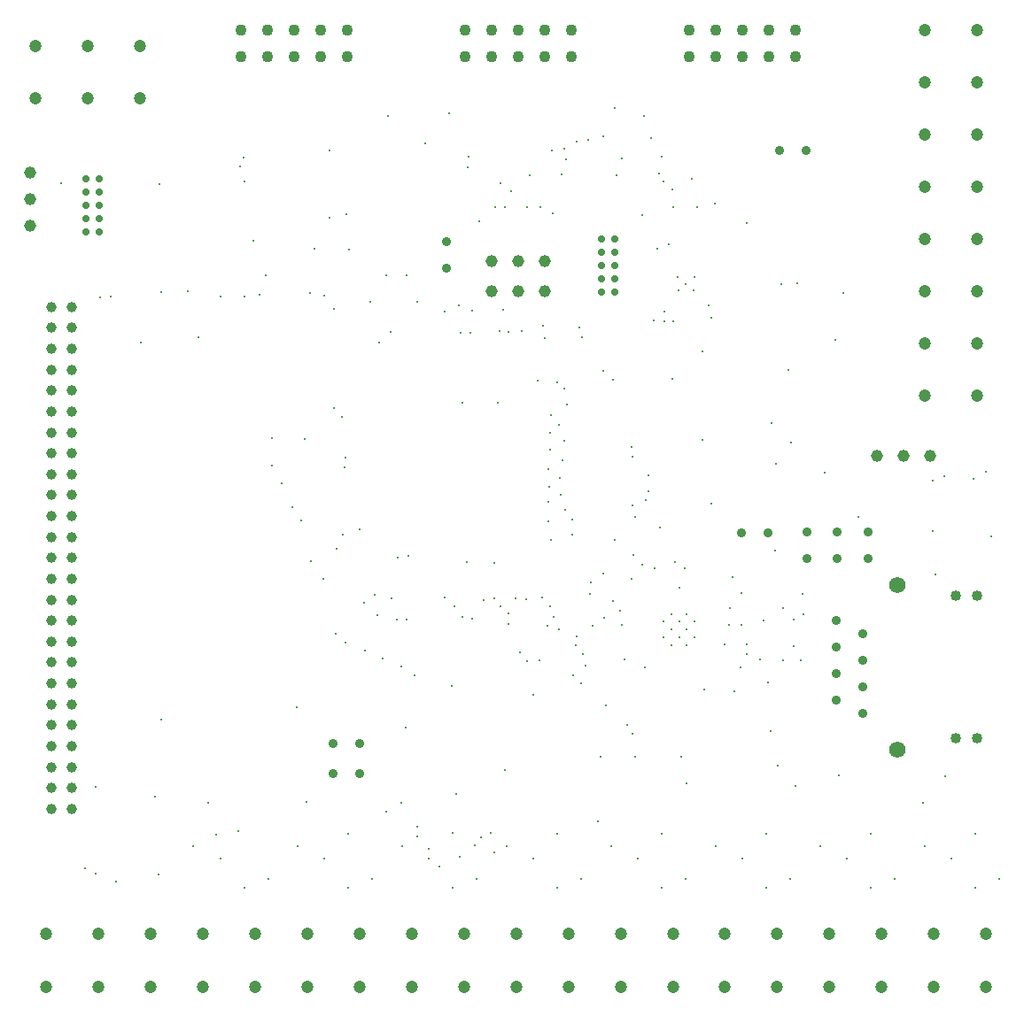
<source format=gbr>
%TF.GenerationSoftware,Altium Limited,Altium Designer,23.2.1 (34)*%
G04 Layer_Color=0*
%FSLAX45Y45*%
%MOMM*%
%TF.SameCoordinates,D2D2B7A9-F2F8-4E87-A196-037FCC396BAD*%
%TF.FilePolarity,Positive*%
%TF.FileFunction,Plated,1,6,PTH,Drill*%
%TF.Part,Single*%
G01*
G75*
%TA.AperFunction,ComponentDrill*%
%ADD154C,0.89000*%
%ADD155C,1.15000*%
%ADD156C,1.15000*%
%ADD157C,0.89000*%
%ADD158C,1.00000*%
%ADD159C,1.10000*%
%ADD160C,0.71000*%
%ADD161C,1.02000*%
%ADD162C,1.57000*%
%ADD163C,1.20000*%
%ADD164C,1.20000*%
%TA.AperFunction,ViaDrill,NotFilled*%
%ADD165C,0.21000*%
%ADD166C,0.20000*%
%ADD167C,0.23000*%
D154*
X15232381Y9725660D02*
D03*
Y9471660D02*
D03*
X18966182Y6695439D02*
D03*
Y6949439D02*
D03*
X19260823Y6951980D02*
D03*
Y6697980D02*
D03*
X18671539Y6697979D02*
D03*
Y6951979D02*
D03*
X18952998Y6099498D02*
D03*
X19206998Y5972498D02*
D03*
X18952998Y5845498D02*
D03*
X19206998Y5718498D02*
D03*
X18952998Y5591498D02*
D03*
X19206998Y5464498D02*
D03*
X18952998Y5337498D02*
D03*
X19206998Y5210498D02*
D03*
D155*
X11252200Y9880600D02*
D03*
Y10134600D02*
D03*
Y10388600D02*
D03*
D156*
X19848810Y7672090D02*
D03*
X19594810D02*
D03*
X19340810D02*
D03*
X16167101Y9253220D02*
D03*
X15913100D02*
D03*
X15659100D02*
D03*
X16164560Y9540240D02*
D03*
X15910561D02*
D03*
X15656560D02*
D03*
D157*
X18046700Y6939279D02*
D03*
X18300699D02*
D03*
X18409920Y10596880D02*
D03*
X18663921D02*
D03*
X14147800Y4927600D02*
D03*
X14401801D02*
D03*
X14147800Y4635500D02*
D03*
X14401801D02*
D03*
D158*
X11649999Y4300001D02*
D03*
X11449998D02*
D03*
X11649999Y4500001D02*
D03*
X11449998D02*
D03*
X11649999Y4700001D02*
D03*
X11449998D02*
D03*
X11649999Y4900001D02*
D03*
X11449998D02*
D03*
X11649999Y5100000D02*
D03*
X11449998D02*
D03*
X11649999Y5300001D02*
D03*
X11449998D02*
D03*
X11649999Y5500000D02*
D03*
X11449998D02*
D03*
X11649999Y5700001D02*
D03*
X11449998D02*
D03*
X11649999Y5900001D02*
D03*
X11449998D02*
D03*
X11649999Y6100000D02*
D03*
X11449998D02*
D03*
X11649999Y6300001D02*
D03*
X11449998D02*
D03*
X11649999Y6500000D02*
D03*
X11449998D02*
D03*
X11649999Y6700001D02*
D03*
X11449998D02*
D03*
X11649999Y6900000D02*
D03*
X11449998D02*
D03*
X11649999Y7100001D02*
D03*
X11449998D02*
D03*
X11649999Y7300001D02*
D03*
X11449998D02*
D03*
X11649999Y7500000D02*
D03*
X11449998D02*
D03*
X11649999Y7700001D02*
D03*
X11449998D02*
D03*
X11649999Y7900000D02*
D03*
X11449998D02*
D03*
X11649999Y8100001D02*
D03*
X11449998D02*
D03*
X11649999Y8300000D02*
D03*
X11449998D02*
D03*
X11649999Y8500001D02*
D03*
X11449998D02*
D03*
X11649999Y8700001D02*
D03*
X11449998D02*
D03*
X11649999Y8900000D02*
D03*
X11449998D02*
D03*
X11649999Y9100001D02*
D03*
X11449998D02*
D03*
D159*
X16419200Y11747080D02*
D03*
Y11493080D02*
D03*
X16165199Y11747080D02*
D03*
Y11493080D02*
D03*
X15911200Y11747080D02*
D03*
Y11493080D02*
D03*
X15657201Y11747080D02*
D03*
Y11493080D02*
D03*
X15403200Y11747080D02*
D03*
Y11493080D02*
D03*
X18566440Y11750000D02*
D03*
Y11496000D02*
D03*
X18312440Y11750000D02*
D03*
Y11496000D02*
D03*
X18058440Y11750000D02*
D03*
Y11496000D02*
D03*
X17804440Y11750000D02*
D03*
Y11496000D02*
D03*
X17550439Y11750000D02*
D03*
Y11496000D02*
D03*
X14277341Y11747500D02*
D03*
Y11493500D02*
D03*
X14023340Y11747500D02*
D03*
Y11493500D02*
D03*
X13769341Y11747500D02*
D03*
Y11493500D02*
D03*
X13515340Y11747500D02*
D03*
Y11493500D02*
D03*
X13261340Y11747500D02*
D03*
Y11493500D02*
D03*
D160*
X16837660Y9243060D02*
D03*
X16710660D02*
D03*
X16837660Y9370060D02*
D03*
X16710660D02*
D03*
X16837660Y9497060D02*
D03*
X16710660D02*
D03*
X16837660Y9624060D02*
D03*
X16710660D02*
D03*
X16837660Y9751060D02*
D03*
X16710660D02*
D03*
X11912600Y9817100D02*
D03*
X11785600D02*
D03*
X11912600Y9944100D02*
D03*
X11785600D02*
D03*
X11912600Y10071100D02*
D03*
X11785600D02*
D03*
X11912600Y10198100D02*
D03*
X11785600D02*
D03*
X11912600Y10325100D02*
D03*
X11785600D02*
D03*
D161*
X20096999Y4974998D02*
D03*
X20299998D02*
D03*
X20096999Y6334998D02*
D03*
X20299998D02*
D03*
D162*
X19537000Y4867498D02*
D03*
Y6442498D02*
D03*
D163*
X19799998Y10750002D02*
D03*
X20299998D02*
D03*
X19799997Y11250002D02*
D03*
X20299998D02*
D03*
X19799998Y9250002D02*
D03*
X20299998D02*
D03*
X19800000Y10250000D02*
D03*
X20300000D02*
D03*
X19800000Y9750000D02*
D03*
X20300000D02*
D03*
X19800000Y11750000D02*
D03*
X20300000D02*
D03*
X19800000Y8250000D02*
D03*
X20300000D02*
D03*
X19799995Y8750044D02*
D03*
X20299995D02*
D03*
D164*
X20387115Y3100002D02*
D03*
Y2600002D02*
D03*
X19388956Y3100002D02*
D03*
Y2600002D02*
D03*
X18390797Y3100002D02*
D03*
Y2600002D02*
D03*
X17392638Y3100002D02*
D03*
Y2600002D02*
D03*
X16394479Y3100002D02*
D03*
Y2600002D02*
D03*
X15396320Y3100002D02*
D03*
Y2600002D02*
D03*
X14398161Y3100000D02*
D03*
Y2600000D02*
D03*
X13400002Y3100002D02*
D03*
Y2600002D02*
D03*
X19887115Y3100002D02*
D03*
Y2600002D02*
D03*
X18888956Y3100002D02*
D03*
Y2600002D02*
D03*
X17890797Y3100002D02*
D03*
Y2600002D02*
D03*
X16892638Y3100002D02*
D03*
Y2600002D02*
D03*
X15894479Y3100002D02*
D03*
Y2600002D02*
D03*
X14896320Y3100002D02*
D03*
Y2600002D02*
D03*
X13898161Y3099999D02*
D03*
Y2599999D02*
D03*
X12900002Y3100002D02*
D03*
Y2600002D02*
D03*
X11900000Y3100000D02*
D03*
Y2600000D02*
D03*
X12400002Y3099998D02*
D03*
Y2599998D02*
D03*
X11300000Y11100000D02*
D03*
Y11600000D02*
D03*
X11400000Y3100000D02*
D03*
Y2600000D02*
D03*
X12300000Y11100000D02*
D03*
Y11600000D02*
D03*
X11800000Y11100000D02*
D03*
Y11600000D02*
D03*
D165*
X19164981Y7095217D02*
D03*
X18841721Y7513320D02*
D03*
X18376900Y7602220D02*
D03*
X17119600Y10923222D02*
D03*
X16837660Y11000740D02*
D03*
X18632700Y6351683D02*
D03*
X18263226Y6099948D02*
D03*
X13796245Y5273630D02*
D03*
X13241618Y4083008D02*
D03*
X13560910Y7842989D02*
D03*
X12758420Y9248140D02*
D03*
X14695792Y8859726D02*
D03*
X12481560Y10271760D02*
D03*
X14274800Y9984740D02*
D03*
X13964920Y9654540D02*
D03*
X14114780Y9951720D02*
D03*
X17571719Y10330180D02*
D03*
X17302480Y10297160D02*
D03*
X16238220Y10594340D02*
D03*
X13289281Y10525760D02*
D03*
X15359045Y3840736D02*
D03*
X15159204Y3750000D02*
D03*
X17978740Y5423795D02*
D03*
X18301320Y5507615D02*
D03*
X19987260Y7477760D02*
D03*
X14114780Y10594340D02*
D03*
X15021561Y10668000D02*
D03*
X14673579Y10924540D02*
D03*
X15250160Y10955020D02*
D03*
X18338800Y7993380D02*
D03*
X19019490Y9232141D02*
D03*
X18943291Y8787641D02*
D03*
X17383730Y8409181D02*
D03*
X18524190Y7807201D02*
D03*
X17678371Y7830061D02*
D03*
X17162750Y7489701D02*
D03*
X17762190Y7217921D02*
D03*
X18978850Y4622041D02*
D03*
X18397189Y4710941D02*
D03*
X18331180Y5039360D02*
D03*
X16057851Y5389121D02*
D03*
X15788609Y4667761D02*
D03*
X17470090Y4799841D02*
D03*
X17035750D02*
D03*
X16697929D02*
D03*
X15284933Y4070369D02*
D03*
X15057120Y3914140D02*
D03*
X16438879Y5572760D02*
D03*
X16558260Y5671820D02*
D03*
X16466820Y5862320D02*
D03*
X17012920Y6728460D02*
D03*
X14765021Y6700520D02*
D03*
X17503140Y6601460D02*
D03*
X15770000Y9070000D02*
D03*
X16366637Y7162800D02*
D03*
X15823940Y8863528D02*
D03*
X16521298Y8813873D02*
D03*
X16500000Y8900000D02*
D03*
X14300000Y9650000D02*
D03*
X13300000Y10300000D02*
D03*
X17000000Y6500000D02*
D03*
X17101872Y6636781D02*
D03*
X18500000Y8500000D02*
D03*
X18100000Y9900000D02*
D03*
X17677489Y8675975D02*
D03*
X17350000Y9700000D02*
D03*
X17240421Y9655980D02*
D03*
X15277411Y5478072D02*
D03*
X14850000Y9400000D02*
D03*
X14950000Y9150000D02*
D03*
X14584135Y8762300D02*
D03*
X14650000Y9400000D02*
D03*
X14500000Y9150000D02*
D03*
X17028160Y7091680D02*
D03*
X17005299Y7668260D02*
D03*
X16997681Y7764780D02*
D03*
X17002760Y7198360D02*
D03*
X17272000Y6987540D02*
D03*
X15324612Y4441254D02*
D03*
X14841220Y5080000D02*
D03*
X15986760Y6304280D02*
D03*
X15473680Y6121400D02*
D03*
X12857480Y8808720D02*
D03*
X12504420Y9243060D02*
D03*
X16224466Y6875062D02*
D03*
X15379700Y8183880D02*
D03*
X15735300Y8872220D02*
D03*
X15722858Y8181711D02*
D03*
X15689580Y6654800D02*
D03*
X12308840Y8757920D02*
D03*
X11920220Y9192260D02*
D03*
X12019280Y9202420D02*
D03*
X13931900Y6672580D02*
D03*
X14053819Y6497320D02*
D03*
X13926820Y9237980D02*
D03*
X13497560Y9403080D02*
D03*
X13383260Y9733280D02*
D03*
X14058900Y9207500D02*
D03*
X11541760Y10284460D02*
D03*
X13065759Y9202420D02*
D03*
X13296899Y9199880D02*
D03*
X13441679Y9217660D02*
D03*
X12446000Y4419600D02*
D03*
X12501880Y5153660D02*
D03*
X11871960Y4508500D02*
D03*
X12473940Y3670300D02*
D03*
X11775440Y3728720D02*
D03*
X14541499Y6344920D02*
D03*
X14564360Y6154420D02*
D03*
X13027660Y4053840D02*
D03*
X11871960Y3677920D02*
D03*
X12070080Y3601720D02*
D03*
X14168120Y5976620D02*
D03*
X15420340Y6663540D02*
D03*
X15476221Y9067800D02*
D03*
X15349220Y9116060D02*
D03*
X15209520Y9060180D02*
D03*
X14152879Y9077960D02*
D03*
X13870940Y7835900D02*
D03*
X16154401Y8923020D02*
D03*
X16172180Y8798560D02*
D03*
X14442439Y6273800D02*
D03*
X16103600Y8399780D02*
D03*
X16289020Y8382000D02*
D03*
X16380460Y8163560D02*
D03*
X16225520Y8061960D02*
D03*
X16357600Y8318500D02*
D03*
X16304260Y7973060D02*
D03*
X16334740Y7632700D02*
D03*
X16217900Y7734300D02*
D03*
X16353975Y7818900D02*
D03*
X16218787Y7894320D02*
D03*
X13563600Y7579360D02*
D03*
X16207739Y7383780D02*
D03*
X16202660Y7551420D02*
D03*
X16314420Y7467600D02*
D03*
X16324580Y7305040D02*
D03*
X16202660Y7233920D02*
D03*
X17132300Y7251700D02*
D03*
X17158650Y7341550D02*
D03*
X18567400Y4521200D02*
D03*
X16200000Y7050000D02*
D03*
X16428957Y7068122D02*
D03*
X16427660Y6919116D02*
D03*
X14757401Y6108700D02*
D03*
X14846300D02*
D03*
X15379700Y6134100D02*
D03*
X15303500Y6235700D02*
D03*
X15748000D02*
D03*
X15887700Y6311900D02*
D03*
X15683249Y6313151D02*
D03*
X15582899Y6299200D02*
D03*
X15824200Y6172200D02*
D03*
Y6070600D02*
D03*
X14795500Y5664200D02*
D03*
X14922501Y5575300D02*
D03*
X14262100Y5892800D02*
D03*
X14452600Y5816600D02*
D03*
X14617700Y5740400D02*
D03*
X16217900Y6235700D02*
D03*
X16141701Y6324600D02*
D03*
X15214600D02*
D03*
X14706599Y6311900D02*
D03*
X16840199Y6873539D02*
D03*
X16611600Y6464300D02*
D03*
X16725900Y6553200D02*
D03*
X16192500Y6054130D02*
D03*
X14947900Y4130000D02*
D03*
Y4038600D02*
D03*
X16256000Y6134100D02*
D03*
X16306799Y6019800D02*
D03*
X14650752Y4274853D02*
D03*
X15556306Y4024669D02*
D03*
X15651364Y4067973D02*
D03*
X15503497Y3953904D02*
D03*
X15684500Y3886200D02*
D03*
X15062505Y3822700D02*
D03*
X15291106Y3543300D02*
D03*
X14807713Y3940774D02*
D03*
X15519705Y3632200D02*
D03*
X14795805Y4356100D02*
D03*
X16675101Y4178300D02*
D03*
X12953999Y4356100D02*
D03*
X13893800Y4368800D02*
D03*
X17525999Y4546600D02*
D03*
X19055141Y3822700D02*
D03*
X18800351Y3940774D02*
D03*
X19283742Y4064000D02*
D03*
Y3543300D02*
D03*
X19512341Y3632200D02*
D03*
X18056982Y3822700D02*
D03*
X17802191Y3940774D02*
D03*
X18285582Y4064000D02*
D03*
Y3543300D02*
D03*
X18514182Y3632200D02*
D03*
X17058823Y3822700D02*
D03*
X16804031Y3940774D02*
D03*
X17287424Y4064000D02*
D03*
Y3543300D02*
D03*
X17516023Y3632200D02*
D03*
X16060664Y3822700D02*
D03*
X15805873Y3940774D02*
D03*
X16289264Y4064000D02*
D03*
Y3543300D02*
D03*
X16517863Y3632200D02*
D03*
X14064346Y3822700D02*
D03*
X13809555Y3940774D02*
D03*
X14292946Y4064000D02*
D03*
Y3543300D02*
D03*
X14521545Y3632200D02*
D03*
X13066187Y3822700D02*
D03*
X12811395Y3940774D02*
D03*
X13294788Y3543300D02*
D03*
X13523387Y3632200D02*
D03*
X19786600Y4356100D02*
D03*
X20281900Y4064000D02*
D03*
X20053300Y3822700D02*
D03*
X20510500Y3632200D02*
D03*
X20281900Y3543300D02*
D03*
X19798511Y3940774D02*
D03*
X17284700Y10541000D02*
D03*
X16243300Y9994900D02*
D03*
X15444051Y10541000D02*
D03*
X15430499Y10439400D02*
D03*
X15544800Y9918700D02*
D03*
X17791138Y10086939D02*
D03*
X17386301Y10223500D02*
D03*
X17627600Y10058400D02*
D03*
X17399001D02*
D03*
X16128999D02*
D03*
X15999950Y10056350D02*
D03*
X15697200Y10058400D02*
D03*
X15786099D02*
D03*
X15849600Y10210800D02*
D03*
X15748000Y10287000D02*
D03*
X16027400Y10363200D02*
D03*
X18577560Y9324340D02*
D03*
X18427699Y9321800D02*
D03*
X17736819Y9116060D02*
D03*
X17757140Y8994140D02*
D03*
X17518600Y9320202D02*
D03*
X17592039Y9263380D02*
D03*
X17597121Y9382760D02*
D03*
X17439639Y9385300D02*
D03*
X17447260Y9260840D02*
D03*
X17396460Y8963660D02*
D03*
X17307561Y8966200D02*
D03*
X17213580Y8968740D02*
D03*
X17307561Y9055100D02*
D03*
X16728439Y8488680D02*
D03*
X13649960Y7416800D02*
D03*
X13756641Y7185660D02*
D03*
X13840460Y7061200D02*
D03*
X14229080Y8051800D02*
D03*
X14155420Y8135620D02*
D03*
X14259560Y7655560D02*
D03*
X14254799Y7566979D02*
D03*
X15458440Y8856980D02*
D03*
X15367000D02*
D03*
X15951199Y8872220D02*
D03*
X16822420Y8404860D02*
D03*
X20269200Y7457440D02*
D03*
X20388580Y7520940D02*
D03*
X20436839Y6903720D02*
D03*
X19880580Y6957060D02*
D03*
X19878040Y7439660D02*
D03*
X16957040Y5105400D02*
D03*
X16756380Y5285740D02*
D03*
X16733521Y6129020D02*
D03*
X16113760Y5720080D02*
D03*
X15928340Y5793740D02*
D03*
X14866620Y6723380D02*
D03*
X18366740Y6771640D02*
D03*
X19900900Y6540500D02*
D03*
X19997420Y4612640D02*
D03*
X16515080Y5496560D02*
D03*
X16002000Y5715000D02*
D03*
X16469360Y5951220D02*
D03*
X16532860Y5778500D02*
D03*
X17886681Y5872480D02*
D03*
X18041620Y5651500D02*
D03*
X18224500Y5732780D02*
D03*
X14399260Y6972300D02*
D03*
X14176982Y6788453D02*
D03*
X14234160Y6918960D02*
D03*
X17002760Y5019040D02*
D03*
X16600690Y6353316D02*
D03*
X16931641Y5732780D02*
D03*
X16621761Y6047740D02*
D03*
X17122141Y5651500D02*
D03*
X16908780Y6062980D02*
D03*
X16889880Y6196480D02*
D03*
X16819881Y6283960D02*
D03*
X17696179Y5438860D02*
D03*
X17412680Y6660142D02*
D03*
X17454880Y6413500D02*
D03*
X17218660Y6604000D02*
D03*
X17962880Y6515100D02*
D03*
X17940021Y6220460D02*
D03*
X18044160Y6360160D02*
D03*
Y6055360D02*
D03*
X17929860D02*
D03*
X18638519Y6159500D02*
D03*
X18544540Y6108700D02*
D03*
X18618201Y5717540D02*
D03*
X18547079Y5857240D02*
D03*
X18448019Y6223000D02*
D03*
X18102519Y5781040D02*
D03*
Y5869940D02*
D03*
D166*
X17525699Y6015598D02*
D03*
Y5867598D02*
D03*
X17451698Y5941598D02*
D03*
X17525699Y6163598D02*
D03*
X17303699Y6089598D02*
D03*
X17377699Y6163598D02*
D03*
Y5867598D02*
D03*
X17451698Y6089598D02*
D03*
X17303699Y5941598D02*
D03*
X17599699Y6089598D02*
D03*
Y5941598D02*
D03*
X17377699Y6015598D02*
D03*
D167*
X13256261Y10441940D02*
D03*
X16375380Y10515600D02*
D03*
X16332201Y10370820D02*
D03*
X16469360Y10685780D02*
D03*
X16357600Y10617200D02*
D03*
X17101163Y9980161D02*
D03*
X17183099Y10716260D02*
D03*
X17259300Y10375900D02*
D03*
X16730980Y10736580D02*
D03*
X16581120Y10695940D02*
D03*
X16857980Y10360660D02*
D03*
X16906239Y10523220D02*
D03*
X18450000Y5718100D02*
D03*
%TF.MD5,197f323bc08a3435b5d722554fcb9c20*%
M02*

</source>
